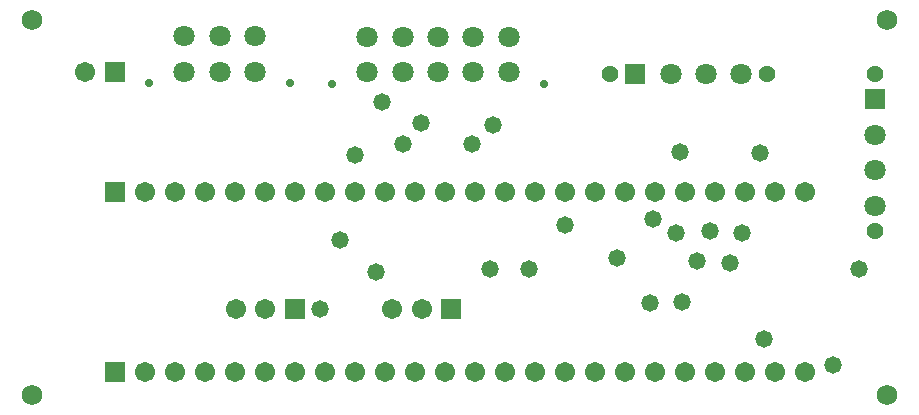
<source format=gbs>
G04*
G04 #@! TF.GenerationSoftware,Altium Limited,Altium Designer,21.6.4 (81)*
G04*
G04 Layer_Color=16711935*
%FSLAX25Y25*%
%MOIN*%
G70*
G04*
G04 #@! TF.SameCoordinates,97392813-CCE2-4223-8130-4091A0700721*
G04*
G04*
G04 #@! TF.FilePolarity,Negative*
G04*
G01*
G75*
%ADD38C,0.07119*%
%ADD39C,0.02906*%
%ADD40R,0.07119X0.07119*%
%ADD41C,0.05642*%
%ADD42R,0.06706X0.06706*%
%ADD43C,0.06706*%
%ADD44C,0.06800*%
%ADD45R,0.07119X0.07119*%
%ADD46C,0.05800*%
D38*
X63189Y132000D02*
D03*
X75000D02*
D03*
X86811D02*
D03*
X63189Y120189D02*
D03*
X75000D02*
D03*
X86811D02*
D03*
X293500Y99224D02*
D03*
Y87413D02*
D03*
Y75602D02*
D03*
X124189Y131811D02*
D03*
X136000D02*
D03*
X147811D02*
D03*
X159622D02*
D03*
X171433D02*
D03*
X124189Y120000D02*
D03*
X136000D02*
D03*
X147811D02*
D03*
X159622D02*
D03*
X171433D02*
D03*
X248933Y119500D02*
D03*
X237122D02*
D03*
X225311D02*
D03*
D39*
X51378Y116488D02*
D03*
X98622D02*
D03*
X183244Y116299D02*
D03*
X112378D02*
D03*
D40*
X293500Y111035D02*
D03*
D41*
Y119500D02*
D03*
Y67138D02*
D03*
X257398Y119500D02*
D03*
X205035D02*
D03*
D42*
X40000Y120000D02*
D03*
X152185Y41000D02*
D03*
X40000Y20000D02*
D03*
X100000Y41000D02*
D03*
X40000Y80000D02*
D03*
D43*
X30000Y120000D02*
D03*
X142342Y41000D02*
D03*
X132500D02*
D03*
X270000Y20000D02*
D03*
X260000D02*
D03*
X250000D02*
D03*
X240000D02*
D03*
X230000D02*
D03*
X220000D02*
D03*
X210000D02*
D03*
X200000D02*
D03*
X190000D02*
D03*
X180000D02*
D03*
X170000D02*
D03*
X160000D02*
D03*
X150000D02*
D03*
X140000D02*
D03*
X130000D02*
D03*
X120000D02*
D03*
X110000D02*
D03*
X100000D02*
D03*
X90000D02*
D03*
X80000D02*
D03*
X70000D02*
D03*
X60000D02*
D03*
X50000D02*
D03*
X80315Y41000D02*
D03*
X90158D02*
D03*
X50000Y80000D02*
D03*
X60000D02*
D03*
X70000D02*
D03*
X80000D02*
D03*
X90000D02*
D03*
X100000D02*
D03*
X110000D02*
D03*
X120000D02*
D03*
X130000D02*
D03*
X140000D02*
D03*
X150000D02*
D03*
X160000D02*
D03*
X170000D02*
D03*
X180000D02*
D03*
X190000D02*
D03*
X200000D02*
D03*
X210000D02*
D03*
X220000D02*
D03*
X230000D02*
D03*
X240000D02*
D03*
X250000D02*
D03*
X260000D02*
D03*
X270000D02*
D03*
D44*
X297500Y12500D02*
D03*
Y137500D02*
D03*
X12500D02*
D03*
Y12500D02*
D03*
D45*
X213500Y119500D02*
D03*
D46*
X178000Y54500D02*
D03*
X165000D02*
D03*
X127000Y53500D02*
D03*
X190000Y69000D02*
D03*
X129000Y110000D02*
D03*
X120000Y92500D02*
D03*
X255000Y93000D02*
D03*
X228500Y93500D02*
D03*
X245000Y56500D02*
D03*
X234000Y57000D02*
D03*
X219500Y71000D02*
D03*
X279500Y22500D02*
D03*
X256500Y31000D02*
D03*
X288000Y54500D02*
D03*
X229000Y43500D02*
D03*
X207500Y58000D02*
D03*
X218500Y43000D02*
D03*
X227000Y66500D02*
D03*
X238500Y67000D02*
D03*
X249000Y66500D02*
D03*
X166000Y102500D02*
D03*
X142000Y103000D02*
D03*
X159000Y96000D02*
D03*
X136000D02*
D03*
X108500Y41000D02*
D03*
X115000Y64000D02*
D03*
M02*

</source>
